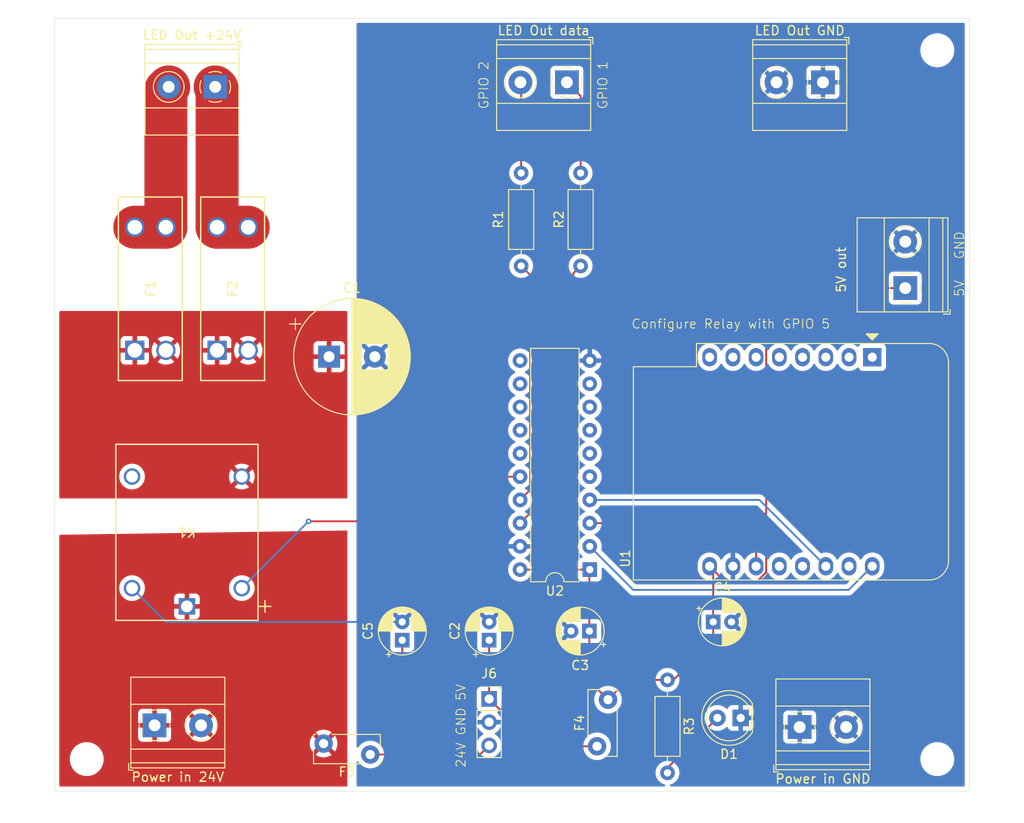
<source format=kicad_pcb>
(kicad_pcb (version 20240108) (generator "pcbnew") (generator_version "8.0")
  (title_block (comment 4 "AISLER Project ID: MOQZWDAF"))
  (layers (0 "F.Cu" signal) (31 "B.Cu" signal) (34 "B.Paste" user) (35 "F.Paste" user) (36 "B.SilkS" user "B.Silkscreen") (37 "F.SilkS" user "F.Silkscreen") (38 "B.Mask" user) (39 "F.Mask" user) (44 "Edge.Cuts" user))
  (net 0 "")
  (net 1 "GND")
  (net 2 "Net-(J6-Pin_1)")
  (net 3 "Net-(J6-Pin_3)")
  (net 4 "+5VD")
  (net 5 "Net-(D1-A)")
  (net 6 "Net-(J1-Pin_2)")
  (net 7 "Net-(J1-Pin_1)")
  (net 8 "+24V")
  (net 9 "Net-(J2-Pin_1)")
  (net 10 "Net-(J2-Pin_2)")
  (net 12 "Net-(U2-B2)")
  (net 13 "Net-(U2-B0)")
  (net 14 "Net-(U2-B1)")
  (net 16 "Net-(U1-TX)")
  (net 27 "Net-(U1-SCL{slash}D1)")
  (net 28 "Net-(U1-D4)")
  (net 39 "+24V after Relay")
  (footprint "MountingHole:MountingHole_3.2mm_M3" (layer "F.Cu") (at 216.5 44)
    (property "Reference" "REF**" (hide yes))
    (property "Value" "MountingHole_3.2mm_M3")
    (pad "" np_thru_hole circle (at 0 0) (size 3.2 3.2) (drill 3.2) (layers "*.Cu" "*.Mask"))
  )
  (footprint "Capacitor_THT:CP_Radial_D5.0mm_P2.00mm" (layer "F.Cu") (at 192 106.5)
    (property "Reference" "C4" (at 1 -3.75 0) (layer "F.SilkS"))
    (property "Value" "C 10uF 5V optional (nah an esp)")
    (pad "1" thru_hole rect (at 0 0) (size 1.6 1.6) (drill 0.8) (layers "*.Cu" "*.Mask") (net 4 "+5VD"))
    (pad "2" thru_hole circle (at 2 0) (size 1.6 1.6) (drill 0.8) (layers "*.Cu" "*.Mask") (net 1 "GND"))
  )
  (footprint "TerminalBlock_Phoenix:TerminalBlock_Phoenix_MKDS-1,5-2-5.08_1x02_P5.08mm_Horizontal" (layer "F.Cu") (at 213 70 90)
    (property "Reference" "J4")
    (property "Value" "5V out" (at 2 -7 90) (layer "F.SilkS"))
    (pad "1" thru_hole rect (at 0 0 90) (size 2.6 2.6) (drill 1.3) (layers "*.Cu" "*.Mask") (net 4 "+5VD"))
    (pad "2" thru_hole circle (at 5.08 0 90) (size 2.6 2.6) (drill 1.3) (layers "*.Cu" "*.Mask") (net 1 "GND"))
  )
  (footprint "MountingHole:MountingHole_3.2mm_M3" (layer "F.Cu") (at 123.5 121.5)
    (property "Reference" "REF**" (hide yes))
    (property "Value" "MountingHole_3.2mm_M3")
    (pad "" np_thru_hole circle (at 0 0) (size 3.2 3.2) (drill 3.2) (layers "*.Cu" "*.Mask"))
  )
  (footprint "TerminalBlock_Phoenix:TerminalBlock_Phoenix_MKDS-1,5-2-5.08_1x02_P5.08mm_Horizontal" (layer "F.Cu") (at 137.545 48 180)
    (property "Reference" "J1")
    (property "Value" "LED Out +24V" (at 2.54 5.66 0) (layer "F.SilkS"))
    (pad "1" thru_hole rect (at 0 0 180) (size 2.6 2.6) (drill 1.3) (layers "*.Cu" "*.Mask") (net 7 "Net-(J1-Pin_1)"))
    (pad "2" thru_hole circle (at 5.08 0 180) (size 2.6 2.6) (drill 1.3) (layers "*.Cu" "*.Mask") (net 6 "Net-(J1-Pin_2)"))
  )
  (footprint "TerminalBlock_Phoenix:TerminalBlock_Phoenix_MKDS-1,5-2-5.08_1x02_P5.08mm_Horizontal" (layer "F.Cu") (at 204 47.5 180)
    (property "Reference" "J3")
    (property "Value" "LED Out GND" (at 2.54 5.66 0) (layer "F.SilkS"))
    (pad "1" thru_hole rect (at 0 0 180) (size 2.6 2.6) (drill 1.3) (layers "*.Cu" "*.Mask") (net 1 "GND"))
    (pad "2" thru_hole circle (at 5.08 0 180) (size 2.6 2.6) (drill 1.3) (layers "*.Cu" "*.Mask") (net 1 "GND"))
  )
  (footprint "MountingHole:MountingHole_3.2mm_M3" (layer "F.Cu") (at 123.5 44)
    (property "Reference" "REF**" (hide yes))
    (property "Value" "MountingHole_3.2mm_M3")
    (pad "" np_thru_hole circle (at 0 0) (size 3.2 3.2) (drill 3.2) (layers "*.Cu" "*.Mask"))
  )
  (footprint "Fuse:Fuse_Bourns_MF-RG300" (layer "F.Cu") (at 154.5 121 180)
    (property "Reference" "F3" (at 2.55 -1.9 0) (layer "F.SilkS"))
    (property "Value" "Polyfuse 30V 1A")
    (pad "1" thru_hole circle (at 0 0 180) (size 2.01 2.01) (drill 1.01) (layers "*.Cu" "*.Mask") (net 3 "Net-(J6-Pin_3)"))
    (pad "2" thru_hole circle (at 5.1 1.2 180) (size 2.01 2.01) (drill 1.01) (layers "*.Cu" "*.Mask") (net 8 "+24V"))
  )
  (footprint "Resistor_THT:R_Axial_DIN0207_L6.3mm_D2.5mm_P10.16mm_Horizontal" (layer "F.Cu") (at 187 112.84 -90)
    (property "Reference" "R3" (at 5.08 -2.37 90) (layer "F.SilkS"))
    (property "Value" "R 4k7")
    (pad "1" thru_hole circle (at 0 0 270) (size 1.6 1.6) (drill 0.8) (layers "*.Cu" "*.Mask") (net 4 "+5VD"))
    (pad "2" thru_hole oval (at 10.16 0 270) (size 1.6 1.6) (drill 0.8) (layers "*.Cu" "*.Mask") (net 5 "Net-(D1-A)"))
  )
  (footprint "Library:3557-10_KEY" (layer "F.Cu") (at 137.7532 76.805 90)
    (property "Reference" "F2" (at 6.731 1.7018 90) (layer "F.SilkS"))
    (property "Value" "3557-10")
    (pad "1" thru_hole rect (at 0 0 90) (size 2.1082 2.1082) (drill 1.6002) (layers "*.Cu" "*.Mask") (net 39 "+24V after Relay"))
    (pad "2" thru_hole circle (at 0 3.4036 90) (size 2.1082 2.1082) (drill 1.6002) (layers "*.Cu" "*.Mask") (net 39 "+24V after Relay"))
    (pad "3" thru_hole circle (at 13.462 3.4036 90) (size 2.1082 2.1082) (drill 1.6002) (layers "*.Cu" "*.Mask") (net 7 "Net-(J1-Pin_1)"))
    (pad "4" thru_hole circle (at 13.462 0 90) (size 2.1082 2.1082) (drill 1.6002) (layers "*.Cu" "*.Mask") (net 7 "Net-(J1-Pin_1)"))
  )
  (footprint "Library:K_AZ943-1C_AMZ" (layer "F.Cu") (at 134.455001 104.805001 180)
    (property "Reference" "K1" (at 0 8.0996 180) (layer "F.SilkS"))
    (property "Value" "AZ943-1CH-5DE")
    (pad "1" thru_hole rect (at 0 0 180) (size 1.8034 1.8034) (drill 1.2954) (layers "*.Cu" "*.Mask") (net 8 "+24V"))
    (pad "2" thru_hole circle (at -5.999999 2.000001 180) (size 1.8034 1.8034) (drill 1.2954) (layers "*.Cu" "*.Mask") (net 12 "Net-(U2-B2)"))
    (pad "3" thru_hole circle (at -5.999999 14.199199 180) (size 1.8034 1.8034) (drill 1.2954) (layers "*.Cu" "*.Mask") (net 39 "+24V after Relay"))
    (pad "4" thru_hole circle (at 5.999999 14.199199 180) (size 1.8034 1.8034) (drill 1.2954) (layers "*.Cu" "*.Mask"))
    (pad "5" thru_hole circle (at 5.999999 2.000001 180) (size 1.8034 1.8034) (drill 1.2954) (layers "*.Cu" "*.Mask") (net 1 "GND"))
  )
  (footprint "Resistor_THT:R_Axial_DIN0207_L6.3mm_D2.5mm_P10.16mm_Horizontal" (layer "F.Cu") (at 171 57.42 -90)
    (property "Reference" "R1" (at 5.08 2.5 90) (layer "F.SilkS"))
    (property "Value" "R 249/33 (or jmp)")
    (pad "1" thru_hole circle (at 0 0 270) (size 1.6 1.6) (drill 0.8) (layers "*.Cu" "*.Mask") (net 10 "Net-(J2-Pin_2)"))
    (pad "2" thru_hole oval (at 10.16 0 270) (size 1.6 1.6) (drill 0.8) (layers "*.Cu" "*.Mask") (net 14 "Net-(U2-B1)"))
  )
  (footprint "Fuse:Fuse_Bourns_MF-RG300" (layer "F.Cu") (at 179.3 120.1 90)
    (property "Reference" "F4" (at 2.55 -1.9 90) (layer "F.SilkS"))
    (property "Value" "Polyfuse 6V 1A")
    (pad "1" thru_hole circle (at 0 0 90) (size 2.01 2.01) (drill 1.01) (layers "*.Cu" "*.Mask") (net 2 "Net-(J6-Pin_1)"))
    (pad "2" thru_hole circle (at 5.1 1.2 90) (size 2.01 2.01) (drill 1.01) (layers "*.Cu" "*.Mask") (net 4 "+5VD"))
  )
  (footprint "Capacitor_THT:CP_Radial_D5.0mm_P2.00mm" (layer "F.Cu") (at 167.5 108.5 90)
    (property "Reference" "C2" (at 1 -3.75 90) (layer "F.SilkS"))
    (property "Value" "C 1uF 24V")
    (pad "1" thru_hole rect (at 0 0 90) (size 1.6 1.6) (drill 0.8) (layers "*.Cu" "*.Mask") (net 2 "Net-(J6-Pin_1)"))
    (pad "2" thru_hole circle (at 2 0 90) (size 1.6 1.6) (drill 0.8) (layers "*.Cu" "*.Mask") (net 1 "GND"))
  )
  (footprint "Capacitor_THT:CP_Radial_D12.5mm_P5.00mm" (layer "F.Cu") (at 150 77.5)
    (property "Reference" "C1" (at 2.5 -7.5 0) (layer "F.SilkS"))
    (property "Value" "C 1500uF 35V")
    (pad "1" thru_hole rect (at 0 0) (size 2.4 2.4) (drill 1.2) (layers "*.Cu" "*.Mask") (net 39 "+24V after Relay"))
    (pad "2" thru_hole circle (at 5 0) (size 2.4 2.4) (drill 1.2) (layers "*.Cu" "*.Mask") (net 1 "GND"))
  )
  (footprint "Resistor_THT:R_Axial_DIN0207_L6.3mm_D2.5mm_P10.16mm_Horizontal" (layer "F.Cu") (at 177.5 67.58 90)
    (property "Reference" "R2" (at 5.08 -2.37 90) (layer "F.SilkS"))
    (property "Value" "R 249/33 (or jmp)")
    (pad "1" thru_hole circle (at 0 0 90) (size 1.6 1.6) (drill 0.8) (layers "*.Cu" "*.Mask") (net 13 "Net-(U2-B0)"))
    (pad "2" thru_hole oval (at 10.16 0 90) (size 1.6 1.6) (drill 0.8) (layers "*.Cu" "*.Mask") (net 9 "Net-(J2-Pin_1)"))
  )
  (footprint "Package_DIP:DIP-20_W7.62mm" (layer "F.Cu") (at 178.5 100.78 180)
    (property "Reference" "U2" (at 3.81 -2.33 0) (layer "F.SilkS"))
    (property "Value" "74HCT245")
    (pad "1" thru_hole rect (at 0 0 180) (size 1.6 1.6) (drill 0.8) (layers "*.Cu" "*.Mask") (net 4 "+5VD"))
    (pad "2" thru_hole oval (at 0 2.54 180) (size 1.6 1.6) (drill 0.8) (layers "*.Cu" "*.Mask") (net 16 "Net-(U1-TX)"))
    (pad "3" thru_hole oval (at 0 5.08 180) (size 1.6 1.6) (drill 0.8) (layers "*.Cu" "*.Mask") (net 28 "Net-(U1-D4)"))
    (pad "4" thru_hole oval (at 0 7.62 180) (size 1.6 1.6) (drill 0.8) (layers "*.Cu" "*.Mask") (net 27 "Net-(U1-SCL{slash}D1)"))
    (pad "5" thru_hole oval (at 0 10.16 180) (size 1.6 1.6) (drill 0.8) (layers "*.Cu" "*.Mask"))
    (pad "6" thru_hole oval (at 0 12.7 180) (size 1.6 1.6) (drill 0.8) (layers "*.Cu" "*.Mask"))
    (pad "7" thru_hole oval (at 0 15.24 180) (size 1.6 1.6) (drill 0.8) (layers "*.Cu" "*.Mask"))
    (pad "8" thru_hole oval (at 0 17.78 180) (size 1.6 1.6) (drill 0.8) (layers "*.Cu" "*.Mask"))
    (pad "9" thru_hole oval (at 0 20.32 180) (size 1.6 1.6) (drill 0.8) (layers "*.Cu" "*.Mask"))
    (pad "10" thru_hole oval (at 0 22.86 180) (size 1.6 1.6) (drill 0.8) (layers "*.Cu" "*.Mask") (net 1 "GND"))
    (pad "11" thru_hole oval (at 7.62 22.86 180) (size 1.6 1.6) (drill 0.8) (layers "*.Cu" "*.Mask"))
    (pad "12" thru_hole oval (at 7.62 20.32 180) (size 1.6 1.6) (drill 0.8) (layers "*.Cu" "*.Mask"))
    (pad "13" thru_hole oval (at 7.62 17.78 180) (size 1.6 1.6) (drill 0.8) (layers "*.Cu" "*.Mask"))
    (pad "14" thru_hole oval (at 7.62 15.24 180) (size 1.6 1.6) (drill 0.8) (layers "*.Cu" "*.Mask"))
    (pad "15" thru_hole oval (at 7.62 12.7 180) (size 1.6 1.6) (drill 0.8) (layers "*.Cu" "*.Mask"))
    (pad "16" thru_hole oval (at 7.62 10.16 180) (size 1.6 1.6) (drill 0.8) (layers "*.Cu" "*.Mask") (net 12 "Net-(U2-B2)"))
    (pad "17" thru_hole oval (at 7.62 7.62 180) (size 1.6 1.6) (drill 0.8) (layers "*.Cu" "*.Mask") (net 14 "Net-(U2-B1)"))
    (pad "18" thru_hole oval (at 7.62 5.08 180) (size 1.6 1.6) (drill 0.8) (layers "*.Cu" "*.Mask") (net 13 "Net-(U2-B0)"))
    (pad "19" thru_hole oval (at 7.62 2.54 180) (size 1.6 1.6) (drill 0.8) (layers "*.Cu" "*.Mask") (net 1 "GND"))
    (pad "20" thru_hole oval (at 7.62 0 180) (size 1.6 1.6) (drill 0.8) (layers "*.Cu" "*.Mask") (net 4 "+5VD"))
  )
  (footprint "TerminalBlock_Phoenix:TerminalBlock_Phoenix_MKDS-1,5-2-5.08_1x02_P5.08mm_Horizontal" (layer "F.Cu") (at 201.455 118)
    (property "Reference" "J7")
    (property "Value" "Power in GND" (at 2.54 5.66 0) (layer "F.SilkS"))
    (pad "1" thru_hole rect (at 0 0) (size 2.6 2.6) (drill 1.3) (layers "*.Cu" "*.Mask") (net 1 "GND"))
    (pad "2" thru_hole circle (at 5.08 0) (size 2.6 2.6) (drill 1.3) (layers "*.Cu" "*.Mask") (net 1 "GND"))
  )
  (footprint "Connector_PinSocket_2.54mm:PinSocket_1x03_P2.54mm_Vertical" (layer "F.Cu") (at 167.5 114.92)
    (property "Reference" "J6" (at 0 -2.77 0) (layer "F.SilkS"))
    (property "Value" "MEZD71201A-G")
    (pad "1" thru_hole rect (at 0 0) (size 1.7 1.7) (drill 1) (layers "*.Cu" "*.Mask") (net 2 "Net-(J6-Pin_1)"))
    (pad "2" thru_hole oval (at 0 2.54) (size 1.7 1.7) (drill 1) (layers "*.Cu" "*.Mask") (net 1 "GND"))
    (pad "3" thru_hole oval (at 0 5.08) (size 1.7 1.7) (drill 1) (layers "*.Cu" "*.Mask") (net 3 "Net-(J6-Pin_3)"))
  )
  (footprint "Module:WEMOS_D1_mini_light" (layer "F.Cu") (at 209.39 77.555 -90)
    (property "Reference" "U1" (at 22 27 90) (layer "F.SilkS"))
    (property "Value" "WLED")
    (pad "1" thru_hole rect (at 0 0 270) (size 2 2) (drill 1) (layers "*.Cu" "*.Mask"))
    (pad "2" thru_hole oval (at 0 2.54 270) (size 2 1.6) (drill 1) (layers "*.Cu" "*.Mask"))
    (pad "3" thru_hole oval (at 0 5.08 270) (size 2 1.6) (drill 1) (layers "*.Cu" "*.Mask"))
    (pad "4" thru_hole oval (at 0 7.62 270) (size 2 1.6) (drill 1) (layers "*.Cu" "*.Mask"))
    (pad "5" thru_hole oval (at 0 10.16 270) (size 2 1.6) (drill 1) (layers "*.Cu" "*.Mask"))
    (pad "6" thru_hole oval (at 0 12.7 270) (size 2 1.6) (drill 1) (layers "*.Cu" "*.Mask"))
    (pad "7" thru_hole oval (at 0 15.24 270) (size 2 1.6) (drill 1) (layers "*.Cu" "*.Mask"))
    (pad "8" thru_hole oval (at 0 17.78 270) (size 2 1.6) (drill 1) (layers "*.Cu" "*.Mask"))
    (pad "9" thru_hole oval (at 22.86 17.78 270) (size 2 1.6) (drill 1) (layers "*.Cu" "*.Mask") (net 4 "+5VD"))
    (pad "10" thru_hole oval (at 22.86 15.24 270) (size 2 1.6) (drill 1) (layers "*.Cu" "*.Mask") (net 1 "GND"))
    (pad "11" thru_hole oval (at 22.86 12.7 270) (size 2 1.6) (drill 1) (layers "*.Cu" "*.Mask") (net 28 "Net-(U1-D4)"))
    (pad "12" thru_hole oval (at 22.86 10.16 270) (size 2 1.6) (drill 1) (layers "*.Cu" "*.Mask"))
    (pad "13" thru_hole oval (at 22.86 7.62 270) (size 2 1.6) (drill 1) (layers "*.Cu" "*.Mask"))
    (pad "14" thru_hole oval (at 22.86 5.08 270) (size 2 1.6) (drill 1) (layers "*.Cu" "*.Mask") (net 27 "Net-(U1-SCL{slash}D1)"))
    (pad "15" thru_hole oval (at 22.86 2.54 270) (size 2 1.6) (drill 1) (layers "*.Cu" "*.Mask"))
    (pad "16" thru_hole oval (at 22.86 0 270) (size 2 1.6) (drill 1) (layers "*.Cu" "*.Mask") (net 16 "Net-(U1-TX)"))
  )
  (footprint "LED_THT:LED_D5.0mm" (layer "F.Cu") (at 195 117 180)
    (property "Reference" "D1" (at 1.27 -3.96 0) (layer "F.SilkS"))
    (property "Value" "LED WP7113ID")
    (pad "1" thru_hole rect (at 0 0 180) (size 1.8 1.8) (drill 0.9) (layers "*.Cu" "*.Mask") (net 1 "GND"))
    (pad "2" thru_hole circle (at 2.54 0 180) (size 1.8 1.8) (drill 0.9) (layers "*.Cu" "*.Mask") (net 5 "Net-(D1-A)"))
  )
  (footprint "Capacitor_THT:CP_Radial_D5.0mm_P2.00mm" (layer "F.Cu") (at 158 108.5 90)
    (property "Reference" "C5" (at 1 -3.75 90) (layer "F.SilkS"))
    (property "Value" "C 1uF 24V")
    (pad "1" thru_hole rect (at 0 0 90) (size 1.6 1.6) (drill 0.8) (layers "*.Cu" "*.Mask") (net 3 "Net-(J6-Pin_3)"))
    (pad "2" thru_hole circle (at 2 0 90) (size 1.6 1.6) (drill 0.8) (layers "*.Cu" "*.Mask") (net 1 "GND"))
  )
  (footprint "MountingHole:MountingHole_3.2mm_M3" (layer "F.Cu") (at 216.5 121.5)
    (property "Reference" "REF**" (hide yes))
    (property "Value" "MountingHole_3.2mm_M3")
    (pad "" np_thru_hole circle (at 0 0) (size 3.2 3.2) (drill 3.2) (layers "*.Cu" "*.Mask"))
  )
  (footprint "TerminalBlock_Phoenix:TerminalBlock_Phoenix_MKDS-1,5-2-5.08_1x02_P5.08mm_Horizontal" (layer "F.Cu") (at 130.92 117.805)
    (property "Reference" "J5")
    (property "Value" "Power in 24V" (at 2.54 5.66 0) (layer "F.SilkS"))
    (pad "1" thru_hole rect (at 0 0) (size 2.6 2.6) (drill 1.3) (layers "*.Cu" "*.Mask") (net 8 "+24V"))
    (pad "2" thru_hole circle (at 5.08 0) (size 2.6 2.6) (drill 1.3) (layers "*.Cu" "*.Mask") (net 8 "+24V"))
  )
  (footprint "Library:3557-10_KEY" (layer "F.Cu") (at 128.7532 76.805 90)
    (property "Reference" "F1" (at 6.731 1.7018 90) (layer "F.SilkS"))
    (property "Value" "3557-10")
    (pad "1" thru_hole rect (at 0 0 90) (size 2.1082 2.1082) (drill 1.6002) (layers "*.Cu" "*.Mask") (net 39 "+24V after Relay"))
    (pad "2" thru_hole circle (at 0 3.4036 90) (size 2.1082 2.1082) (drill 1.6002) (layers "*.Cu" "*.Mask") (net 39 "+24V after Relay"))
    (pad "3" thru_hole circle (at 13.462 3.4036 90) (size 2.1082 2.1082) (drill 1.6002) (layers "*.Cu" "*.Mask") (net 6 "Net-(J1-Pin_2)"))
    (pad "4" thru_hole circle (at 13.462 0 90) (size 2.1082 2.1082) (drill 1.6002) (layers "*.Cu" "*.Mask") (net 6 "Net-(J1-Pin_2)"))
  )
  (footprint "TerminalBlock_Phoenix:TerminalBlock_Phoenix_MKDS-1,5-2-5.08_1x02_P5.08mm_Horizontal" (layer "F.Cu") (at 176 47.5 180)
    (property "Reference" "J2")
    (property "Value" "LED Out data" (at 2.54 5.66 0) (layer "F.SilkS"))
    (pad "1" thru_hole rect (at 0 0 180) (size 2.6 2.6) (drill 1.3) (layers "*.Cu" "*.Mask") (net 9 "Net-(J2-Pin_1)"))
    (pad "2" thru_hole circle (at 5.08 0 180) (size 2.6 2.6) (drill 1.3) (layers "*.Cu" "*.Mask") (net 10 "Net-(J2-Pin_2)"))
  )
  (footprint "Capacitor_THT:CP_Radial_D5.0mm_P2.00mm" (layer "F.Cu") (at 178.455113 107.5 180)
    (property "Reference" "C3" (at 1 -3.75 0) (layer "F.SilkS"))
    (property "Value" "C 10uF 5V optional (nah an level shifter)")
    (pad "1" thru_hole rect (at 0 0 180) (size 1.6 1.6) (drill 0.8) (layers "*.Cu" "*.Mask") (net 4 "+5VD"))
    (pad "2" thru_hole circle (at 2 0 180) (size 1.6 1.6) (drill 0.8) (layers "*.Cu" "*.Mask") (net 1 "GND"))
  )
  (gr_rect (start 120 40.5) (end 220 125) (stroke (width 0.05)) (fill none) (layer "Edge.Cuts"))
  (gr_text "5V   GND" (at 219.5 71 90) (layer "F.SilkS") (effects (font (size 1 1) (thickness 0.1)) (justify left bottom)))
  (gr_text "Configure Relay with GPIO 5" (at 183 74.5 0) (layer "F.SilkS") (effects (font (size 1 1) (thickness 0.1)) (justify left bottom)))
  (gr_text "24V GND 5V" (at 165 122.5 90) (layer "F.SilkS") (effects (font (size 1 1) (thickness 0.1)) (justify left bottom)))
  (gr_text "GPIO 1" (at 180.5 50.5 90) (layer "F.SilkS") (effects (font (size 1 1) (thickness 0.1)) (justify left bottom)))
  (gr_text "GPIO 2" (at 167.5 50.5 90) (layer "F.SilkS") (effects (font (size 1 1) (thickness 0.1)) (justify left bottom)))
  (segment (start 132.150002 106.5) (end 158 106.5) (width 0.2) (layer "B.Cu") (net 1))
  (segment (start 128.455002 102.805) (end 132.150002 106.5) (width 0.2) (layer "B.Cu") (net 1))
  (segment (start 172.68 120.1) (end 167.5 114.92) (width 0.2) (layer "F.Cu") (net 2))
  (segment (start 179.3 120.1) (end 172.68 120.1) (width 0.2) (layer "F.Cu") (net 2))
  (segment (start 167.5 108.5) (end 167.5 114.92) (width 0.2) (layer "F.Cu") (net 2))
  (segment (start 167.5 120) (end 166.5 121) (width 0.2) (layer "F.Cu") (net 3))
  (segment (start 158 109) (end 158 121) (width 0.2) (layer "F.Cu") (net 3))
  (segment (start 166.5 121) (end 158 121) (width 0.2) (layer "F.Cu") (net 3))
  (segment (start 154.5 121) (end 158 121) (width 0.2) (layer "F.Cu") (net 3))
  (segment (start 192 100.805) (end 191.61 100.415) (width 0.2) (layer "F.Cu") (net 4))
  (segment (start 192 103.5) (end 192 100.805) (width 0.2) (layer "F.Cu") (net 4))
  (segment (start 202.489365 70) (end 197.79 74.699365) (width 0.2) (layer "F.Cu") (net 4))
  (segment (start 178.455113 107) (end 178.455113 112.955113) (width 0.2) (layer "F.Cu") (net 4))
  (segment (start 196.860635 102) (end 193.195 102) (width 0.2) (layer "F.Cu") (net 4))
  (segment (start 192 106.5) (end 192 103.5) (width 0.2) (layer "F.Cu") (net 4))
  (segment (start 192.360635 106.5) (end 192 106.5) (width 0.2) (layer "F.Cu") (net 4))
  (segment (start 187 112.84) (end 187.66 112.84) (width 0.2) (layer "F.Cu") (net 4))
  (segment (start 182.66 112.84) (end 180.5 115) (width 0.2) (layer "F.Cu") (net 4))
  (segment (start 178.5 101.5) (end 178.455113 101.544887) (width 0.2) (layer "F.Cu") (net 4))
  (segment (start 197.79 74.699365) (end 197.79 101.070635) (width 0.2) (layer "F.Cu") (net 4))
  (segment (start 178.455113 112.955113) (end 180.5 115) (width 0.2) (layer "F.Cu") (net 4))
  (segment (start 178.5 100.78) (end 178.5 101.5) (width 0.2) (layer "F.Cu") (net 4))
  (segment (start 193.195 102) (end 191.61 100.415) (width 0.2) (layer "F.Cu") (net 4))
  (segment (start 178.455113 101.544887) (end 178.455113 107) (width 0.2) (layer "F.Cu") (net 4))
  (segment (start 197.79 101.070635) (end 196.860635 102) (width 0.2) (layer "F.Cu") (net 4))
  (segment (start 170.6 100.5) (end 170.88 100.78) (width 0.2) (layer "F.Cu") (net 4))
  (segment (start 187 112.84) (end 182.66 112.84) (width 0.2) (layer "F.Cu") (net 4))
  (segment (start 192 108.5) (end 192 106.5) (width 0.2) (layer "F.Cu") (net 4))
  (segment (start 213 70) (end 202.489365 70) (width 0.2) (layer "F.Cu") (net 4))
  (segment (start 187.66 112.84) (end 192 108.5) (width 0.2) (layer "F.Cu") (net 4))
  (segment (start 170.88 100.78) (end 178.5 100.78) (width 0.2) (layer "F.Cu") (net 4))
  (segment (start 192.46 117) (end 187 122.46) (width 0.2) (layer "F.Cu") (net 5))
  (segment (start 187 122.46) (end 187 123) (width 0.2) (layer "F.Cu") (net 5))
  (segment (start 132.1568 48.3082) (end 132.465 48) (width 4.7) (layer "F.Cu") (net 6))
  (segment (start 132.1568 63.343) (end 132.1568 48.3082) (width 4.7) (layer "F.Cu") (net 6))
  (segment (start 128.7532 63.343) (end 132.1568 63.343) (width 4.7) (layer "F.Cu") (net 6))
  (segment (start 141.1568 63.343) (end 137.7532 63.343) (width 4.7) (layer "F.Cu") (net 7))
  (segment (start 137.7532 63.343) (end 137.7532 48.2082) (width 4.7) (layer "F.Cu") (net 7))
  (segment (start 137.7532 48.2082) (end 137.545 48) (width 4.7) (layer "F.Cu") (net 7))
  (segment (start 177.5 57.42) (end 177.5 49) (width 0.2) (layer "F.Cu") (net 9))
  (segment (start 177.5 49) (end 176 47.5) (width 0.2) (layer "F.Cu") (net 9))
  (segment (start 171 57.42) (end 171 47.58) (width 0.2) (layer "F.Cu") (net 10))
  (segment (start 171 47.58) (end 170.92 47.5) (width 0.2) (layer "F.Cu") (net 10))
  (segment (start 157.88 90.62) (end 153 95.5) (width 0.2) (layer "F.Cu") (net 12))
  (segment (start 170.88 90.62) (end 157.88 90.62) (width 0.2) (layer "F.Cu") (net 12))
  (segment (start 153 95.5) (end 147.76 95.5) (width 0.2) (layer "F.Cu") (net 12))
  (via (at 147.76 95.5) (size 0.6) (drill 0.3) (layers "F.Cu" "B.Cu") (net 12))
  (segment (start 140.455 102.805) (end 147.76 95.5) (width 0.2) (layer "B.Cu") (net 12))
  (segment (start 176.700001 68.379999) (end 176.700001 89.879999) (width 0.2) (layer "F.Cu") (net 13))
  (segment (start 176.700001 89.879999) (end 170.88 95.7) (width 0.2) (layer "F.Cu") (net 13))
  (segment (start 177.5 67.58) (end 176.700001 68.379999) (width 0.2) (layer "F.Cu") (net 13))
  (segment (start 171.98 68.56) (end 171 67.58) (width 0.2) (layer "F.Cu") (net 14))
  (segment (start 170.88 93.16) (end 171.98 92.06) (width 0.2) (layer "F.Cu") (net 14))
  (segment (start 171.98 92.06) (end 171.98 68.56) (width 0.2) (layer "F.Cu") (net 14))
  (segment (start 183.26 103) (end 206.805 103) (width 0.2) (layer "B.Cu") (net 16))
  (segment (start 178.5 98.24) (end 183.26 103) (width 0.2) (layer "B.Cu") (net 16))
  (segment (start 206.805 103) (end 209.39 100.415) (width 0.2) (layer "B.Cu") (net 16))
  (segment (start 178.5 93.16) (end 197.055 93.16) (width 0.2) (layer "B.Cu") (net 27))
  (segment (start 197.055 93.16) (end 204.31 100.415) (width 0.2) (layer "B.Cu") (net 27))
  (segment (start 196.69 96.69) (end 196.69 100.415) (width 0.2) (layer "F.Cu") (net 28))
  (segment (start 182.5 94) (end 194 94) (width 0.2) (layer "F.Cu") (net 28))
  (segment (start 194 94) (end 196.69 96.69) (width 0.2) (layer "F.Cu") (net 28))
  (segment (start 180.8 95.7) (end 182.5 94) (width 0.2) (layer "F.Cu") (net 28))
  (segment (start 178.5 95.7) (end 180.8 95.7) (width 0.2) (layer "F.Cu") (net 28))
  (zone (net 39) (net_name "+24V after Relay") (layer "F.Cu") (priority 2) (connect_pads (clearance 0.5)) (min_thickness 0.25) (fill yes (thermal_gap 0.5) (thermal_bridge_width 0.5))
    (polygon (pts (xy 117 72.5) (xy 152 72.5) (xy 152 93) (xy 117.5 93)))
  )
  (zone (net 8) (net_name "+24V") (layer "F.Cu") (priority 1) (connect_pads (clearance 0.5)) (min_thickness 0.25) (fill yes (thermal_gap 0.5) (thermal_bridge_width 0.5))
    (polygon (pts (xy 118.5 97) (xy 152 96.5) (xy 152 128) (xy 116.5 128)))
  )
  (zone (net 1) (net_name "GND") (layer "B.Cu") (connect_pads (clearance 0.5)) (min_thickness 0.25) (fill yes (thermal_gap 0.5) (thermal_bridge_width 0.5))
    (polygon (pts (xy 222.5 38.5) (xy 222.5 128.5) (xy 153 128) (xy 153 38.5)))
  )
)
</source>
